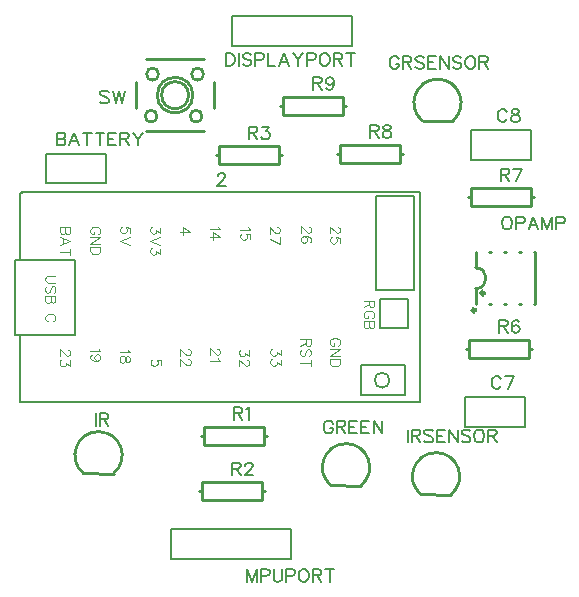
<source format=gto>
G04 Layer: TopSilkLayer*
G04 EasyEDA v6.4.25, 2021-11-28T11:33:34--5:00*
G04 3e069f70b0c04cf4b9dc543adf14206e,103c4985fa89468a83afb685d03d8d7e,10*
G04 Gerber Generator version 0.2*
G04 Scale: 100 percent, Rotated: No, Reflected: No *
G04 Dimensions in millimeters *
G04 leading zeros omitted , absolute positions ,4 integer and 5 decimal *
%FSLAX45Y45*%
%MOMM*%

%ADD10C,0.2540*%
%ADD12C,0.2032*%
%ADD21C,0.1270*%
%ADD22C,0.2007*%
%ADD23C,0.2030*%
%ADD24C,0.3000*%
%ADD25C,0.1524*%
%ADD26C,0.0732*%

%LPD*%
D25*
X3472179Y3556507D02*
G01*
X3472179Y3561587D01*
X3477513Y3572002D01*
X3482593Y3577336D01*
X3493008Y3582415D01*
X3513836Y3582415D01*
X3524250Y3577336D01*
X3529329Y3572002D01*
X3534663Y3561587D01*
X3534663Y3551173D01*
X3529329Y3540760D01*
X3519170Y3525265D01*
X3467100Y3473450D01*
X3539743Y3473450D01*
D26*
X2224938Y3122676D02*
G01*
X2137562Y3122676D01*
X2224938Y3122676D02*
G01*
X2224938Y3085084D01*
X2220874Y3072637D01*
X2216556Y3068573D01*
X2208428Y3064510D01*
X2200046Y3064510D01*
X2191664Y3068573D01*
X2187600Y3072637D01*
X2183282Y3085084D01*
X2183282Y3122676D02*
G01*
X2183282Y3085084D01*
X2179218Y3072637D01*
X2175154Y3068573D01*
X2166772Y3064510D01*
X2154326Y3064510D01*
X2145944Y3068573D01*
X2141880Y3072637D01*
X2137562Y3085084D01*
X2137562Y3122676D01*
X2224938Y3003804D02*
G01*
X2137562Y3037078D01*
X2224938Y3003804D02*
G01*
X2137562Y2970529D01*
X2166772Y3024631D02*
G01*
X2166772Y2982976D01*
X2224938Y2913887D02*
G01*
X2137562Y2913887D01*
X2224938Y2943097D02*
G01*
X2224938Y2884931D01*
X2458034Y3065602D02*
G01*
X2466416Y3069920D01*
X2474798Y3078048D01*
X2478862Y3086430D01*
X2478862Y3103194D01*
X2474798Y3111322D01*
X2466416Y3119704D01*
X2458034Y3123768D01*
X2445588Y3128086D01*
X2425014Y3128086D01*
X2412314Y3123768D01*
X2404186Y3119704D01*
X2395804Y3111322D01*
X2391740Y3103194D01*
X2391740Y3086430D01*
X2395804Y3078048D01*
X2404186Y3069920D01*
X2412314Y3065602D01*
X2425014Y3065602D01*
X2425014Y3086430D02*
G01*
X2425014Y3065602D01*
X2478862Y3038170D02*
G01*
X2391740Y3038170D01*
X2478862Y3038170D02*
G01*
X2391740Y2980004D01*
X2478862Y2980004D02*
G01*
X2391740Y2980004D01*
X2478862Y2952572D02*
G01*
X2391740Y2952572D01*
X2478862Y2952572D02*
G01*
X2478862Y2923616D01*
X2474798Y2911170D01*
X2466416Y2902788D01*
X2458034Y2898470D01*
X2445588Y2894406D01*
X2425014Y2894406D01*
X2412314Y2898470D01*
X2404186Y2902788D01*
X2395804Y2911170D01*
X2391740Y2923616D01*
X2391740Y2952572D01*
X2732989Y3078683D02*
G01*
X2732989Y3120339D01*
X2695397Y3124403D01*
X2699715Y3120339D01*
X2703779Y3107893D01*
X2703779Y3095447D01*
X2699715Y3083001D01*
X2691333Y3074619D01*
X2678887Y3070555D01*
X2670505Y3070555D01*
X2658059Y3074619D01*
X2649677Y3083001D01*
X2645613Y3095447D01*
X2645613Y3107893D01*
X2649677Y3120339D01*
X2653995Y3124403D01*
X2662377Y3128721D01*
X2732989Y3043123D02*
G01*
X2645613Y3009849D01*
X2732989Y2976575D02*
G01*
X2645613Y3009849D01*
X2986862Y3119704D02*
G01*
X2986862Y3073984D01*
X2953588Y3098876D01*
X2953588Y3086430D01*
X2949524Y3078048D01*
X2945460Y3073984D01*
X2933014Y3069920D01*
X2924632Y3069920D01*
X2912186Y3073984D01*
X2903804Y3082366D01*
X2899740Y3094812D01*
X2899740Y3107258D01*
X2903804Y3119704D01*
X2907868Y3123768D01*
X2916250Y3128086D01*
X2986862Y3042488D02*
G01*
X2899740Y3009214D01*
X2986862Y2975940D02*
G01*
X2899740Y3009214D01*
X2986862Y2940126D02*
G01*
X2986862Y2894406D01*
X2953588Y2919298D01*
X2953588Y2906852D01*
X2949524Y2898470D01*
X2945460Y2894406D01*
X2933014Y2890342D01*
X2924632Y2890342D01*
X2912186Y2894406D01*
X2903804Y2902788D01*
X2899740Y2915234D01*
X2899740Y2927680D01*
X2903804Y2940126D01*
X2907868Y2944190D01*
X2916250Y2948508D01*
X3237941Y3081578D02*
G01*
X3179775Y3123234D01*
X3179775Y3061004D01*
X3237941Y3081578D02*
G01*
X3150819Y3081578D01*
X3477717Y3129229D02*
G01*
X3481781Y3120847D01*
X3494227Y3108401D01*
X3407105Y3108401D01*
X3494227Y3039567D02*
G01*
X3436061Y3080969D01*
X3436061Y3018739D01*
X3494227Y3039567D02*
G01*
X3407105Y3039567D01*
X3733165Y3122295D02*
G01*
X3737483Y3113912D01*
X3749929Y3101467D01*
X3662552Y3101467D01*
X3749929Y3024251D02*
G01*
X3749929Y3065653D01*
X3712336Y3069970D01*
X3716654Y3065653D01*
X3720718Y3053206D01*
X3720718Y3040761D01*
X3716654Y3028314D01*
X3708272Y3019932D01*
X3695827Y3015869D01*
X3687445Y3015869D01*
X3674999Y3019932D01*
X3666616Y3028314D01*
X3662552Y3040761D01*
X3662552Y3053206D01*
X3666616Y3065653D01*
X3670934Y3069970D01*
X3679316Y3074035D01*
X3978020Y3123311D02*
G01*
X3982084Y3123311D01*
X3990466Y3118993D01*
X3994531Y3114929D01*
X3998849Y3106546D01*
X3998849Y3090037D01*
X3994531Y3081654D01*
X3990466Y3077590D01*
X3982084Y3073272D01*
X3973956Y3073272D01*
X3965575Y3077590D01*
X3953129Y3085719D01*
X3911472Y3127375D01*
X3911472Y3069209D01*
X3998849Y2983611D02*
G01*
X3911472Y3025012D01*
X3998849Y3041777D02*
G01*
X3998849Y2983611D01*
X4242485Y3128187D02*
G01*
X4246549Y3128187D01*
X4254931Y3124123D01*
X4258995Y3120059D01*
X4263313Y3111677D01*
X4263313Y3095167D01*
X4258995Y3086785D01*
X4254931Y3082467D01*
X4246549Y3078403D01*
X4238421Y3078403D01*
X4230039Y3082467D01*
X4217593Y3090849D01*
X4175937Y3132505D01*
X4175937Y3074339D01*
X4250867Y2996869D02*
G01*
X4258995Y3001187D01*
X4263313Y3013633D01*
X4263313Y3022015D01*
X4258995Y3034461D01*
X4246549Y3042589D01*
X4225721Y3046907D01*
X4205147Y3046907D01*
X4188383Y3042589D01*
X4180001Y3034461D01*
X4175937Y3022015D01*
X4175937Y3017697D01*
X4180001Y3005251D01*
X4188383Y2996869D01*
X4200829Y2992805D01*
X4205147Y2992805D01*
X4217593Y2996869D01*
X4225721Y3005251D01*
X4230039Y3017697D01*
X4230039Y3022015D01*
X4225721Y3034461D01*
X4217593Y3042589D01*
X4205147Y3046907D01*
X4490008Y3125012D02*
G01*
X4494326Y3125012D01*
X4502708Y3120948D01*
X4506772Y3116884D01*
X4510836Y3108502D01*
X4510836Y3091992D01*
X4506772Y3083610D01*
X4502708Y3079292D01*
X4494326Y3075228D01*
X4485944Y3075228D01*
X4477562Y3079292D01*
X4465116Y3087674D01*
X4423714Y3129330D01*
X4423714Y3071164D01*
X4510836Y2993694D02*
G01*
X4510836Y3035350D01*
X4473498Y3039414D01*
X4477562Y3035350D01*
X4481880Y3022904D01*
X4481880Y3010458D01*
X4477562Y2998012D01*
X4469434Y2989630D01*
X4456988Y2985566D01*
X4448606Y2985566D01*
X4436160Y2989630D01*
X4427778Y2998012D01*
X4423714Y3010458D01*
X4423714Y3022904D01*
X4427778Y3035350D01*
X4431842Y3039414D01*
X4440224Y3043732D01*
X3470656Y2095245D02*
G01*
X3474720Y2095245D01*
X3483102Y2091181D01*
X3487165Y2086863D01*
X3491484Y2078736D01*
X3491484Y2061971D01*
X3487165Y2053589D01*
X3483102Y2049526D01*
X3474720Y2045462D01*
X3466591Y2045462D01*
X3458209Y2049526D01*
X3445763Y2057907D01*
X3404108Y2099310D01*
X3404108Y2041144D01*
X3474720Y2013712D02*
G01*
X3479038Y2005584D01*
X3491484Y1993137D01*
X3404108Y1993137D01*
X4004919Y2085847D02*
G01*
X4004919Y2040128D01*
X3971645Y2065020D01*
X3971645Y2052573D01*
X3967327Y2044192D01*
X3963263Y2040128D01*
X3950817Y2035810D01*
X3942435Y2035810D01*
X3929989Y2040128D01*
X3921607Y2048255D01*
X3917543Y2060702D01*
X3917543Y2073147D01*
X3921607Y2085847D01*
X3925925Y2089912D01*
X3934053Y2093976D01*
X4004919Y1999995D02*
G01*
X4004919Y1954276D01*
X3971645Y1979421D01*
X3971645Y1966976D01*
X3967327Y1958594D01*
X3963263Y1954276D01*
X3950817Y1950212D01*
X3942435Y1950212D01*
X3929989Y1954276D01*
X3921607Y1962657D01*
X3917543Y1975104D01*
X3917543Y1987550D01*
X3921607Y1999995D01*
X3925925Y2004313D01*
X3934053Y2008378D01*
X3221736Y2090165D02*
G01*
X3225800Y2090165D01*
X3234181Y2086102D01*
X3238245Y2081784D01*
X3242563Y2073655D01*
X3242563Y2056892D01*
X3238245Y2048510D01*
X3234181Y2044445D01*
X3225800Y2040381D01*
X3217672Y2040381D01*
X3209290Y2044445D01*
X3196843Y2052828D01*
X3155188Y2094229D01*
X3155188Y2036063D01*
X3221736Y2004568D02*
G01*
X3225800Y2004568D01*
X3234181Y2000504D01*
X3238245Y1996186D01*
X3242563Y1988057D01*
X3242563Y1971294D01*
X3238245Y1962912D01*
X3234181Y1958847D01*
X3225800Y1954784D01*
X3217672Y1954784D01*
X3209290Y1958847D01*
X3196843Y1967229D01*
X3155188Y2008631D01*
X3155188Y1950465D01*
X2993643Y1957070D02*
G01*
X2993643Y1998726D01*
X2956052Y2002789D01*
X2960370Y1998726D01*
X2964434Y1986279D01*
X2964434Y1973834D01*
X2960370Y1961134D01*
X2951988Y1953005D01*
X2939541Y1948687D01*
X2931159Y1948687D01*
X2918713Y1953005D01*
X2910331Y1961134D01*
X2906268Y1973834D01*
X2906268Y1986279D01*
X2910331Y1998726D01*
X2914650Y2002789D01*
X2923031Y2006854D01*
X2712415Y2084273D02*
G01*
X2716733Y2075891D01*
X2729179Y2063445D01*
X2641803Y2063445D01*
X2729179Y2015185D02*
G01*
X2724861Y2027631D01*
X2716733Y2031949D01*
X2708351Y2031949D01*
X2699969Y2027631D01*
X2695905Y2019249D01*
X2691587Y2002739D01*
X2687523Y1990293D01*
X2679141Y1981911D01*
X2671013Y1977847D01*
X2658567Y1977847D01*
X2650185Y1981911D01*
X2645867Y1986229D01*
X2641803Y1998675D01*
X2641803Y2015185D01*
X2645867Y2027631D01*
X2650185Y2031949D01*
X2658567Y2036013D01*
X2671013Y2036013D01*
X2679141Y2031949D01*
X2687523Y2023567D01*
X2691587Y2011121D01*
X2695905Y1994357D01*
X2699969Y1986229D01*
X2708351Y1981911D01*
X2716733Y1981911D01*
X2724861Y1986229D01*
X2729179Y1998675D01*
X2729179Y2015185D01*
X2463672Y2094763D02*
G01*
X2467736Y2086381D01*
X2480183Y2073935D01*
X2392806Y2073935D01*
X2451227Y1992401D02*
G01*
X2438527Y1996719D01*
X2430399Y2004847D01*
X2426081Y2017293D01*
X2426081Y2021611D01*
X2430399Y2034057D01*
X2438527Y2042439D01*
X2451227Y2046503D01*
X2455290Y2046503D01*
X2467736Y2042439D01*
X2476118Y2034057D01*
X2480183Y2021611D01*
X2480183Y2017293D01*
X2476118Y2004847D01*
X2467736Y1996719D01*
X2451227Y1992401D01*
X2430399Y1992401D01*
X2409570Y1996719D01*
X2397125Y2004847D01*
X2392806Y2017293D01*
X2392806Y2025675D01*
X2397125Y2038121D01*
X2405506Y2042439D01*
X2202764Y2086940D02*
G01*
X2207082Y2086940D01*
X2215464Y2082876D01*
X2219528Y2078812D01*
X2223592Y2070430D01*
X2223592Y2053666D01*
X2219528Y2045538D01*
X2215464Y2041220D01*
X2207082Y2037156D01*
X2198700Y2037156D01*
X2190318Y2041220D01*
X2177872Y2049602D01*
X2136470Y2091258D01*
X2136470Y2033092D01*
X2223592Y1997278D02*
G01*
X2223592Y1951558D01*
X2190318Y1976450D01*
X2190318Y1964004D01*
X2186254Y1955622D01*
X2182190Y1951558D01*
X2169744Y1947494D01*
X2161362Y1947494D01*
X2148916Y1951558D01*
X2140534Y1959940D01*
X2136470Y1972386D01*
X2136470Y1984832D01*
X2140534Y1997278D01*
X2144598Y2001342D01*
X2152980Y2005660D01*
X3740454Y2080717D02*
G01*
X3740454Y2034997D01*
X3707180Y2059889D01*
X3707180Y2047443D01*
X3702862Y2039061D01*
X3698798Y2034997D01*
X3686352Y2030679D01*
X3677970Y2030679D01*
X3665524Y2034997D01*
X3657142Y2043125D01*
X3653078Y2055825D01*
X3653078Y2068271D01*
X3657142Y2080717D01*
X3661460Y2084781D01*
X3669588Y2088845D01*
X3719626Y1999183D02*
G01*
X3723690Y1999183D01*
X3732072Y1995119D01*
X3736136Y1990801D01*
X3740454Y1982673D01*
X3740454Y1965909D01*
X3736136Y1957527D01*
X3732072Y1953463D01*
X3723690Y1949399D01*
X3715308Y1949399D01*
X3707180Y1953463D01*
X3694734Y1961845D01*
X3653078Y2003247D01*
X3653078Y1945081D01*
X4260697Y2174494D02*
G01*
X4173321Y2174494D01*
X4260697Y2174494D02*
G01*
X4260697Y2137155D01*
X4256633Y2124455D01*
X4252315Y2120392D01*
X4244187Y2116328D01*
X4235805Y2116328D01*
X4227423Y2120392D01*
X4223359Y2124455D01*
X4219041Y2137155D01*
X4219041Y2174494D01*
X4219041Y2145284D02*
G01*
X4173321Y2116328D01*
X4248251Y2030729D02*
G01*
X4256633Y2038857D01*
X4260697Y2051304D01*
X4260697Y2068068D01*
X4256633Y2080513D01*
X4248251Y2088895D01*
X4239869Y2088895D01*
X4231741Y2084578D01*
X4227423Y2080513D01*
X4223359Y2072131D01*
X4214977Y2047239D01*
X4210913Y2038857D01*
X4206595Y2034794D01*
X4198467Y2030729D01*
X4186021Y2030729D01*
X4177639Y2038857D01*
X4173321Y2051304D01*
X4173321Y2068068D01*
X4177639Y2080513D01*
X4186021Y2088895D01*
X4260697Y1974087D02*
G01*
X4173321Y1974087D01*
X4260697Y2003297D02*
G01*
X4260697Y1945131D01*
X4489831Y2119147D02*
G01*
X4497959Y2123211D01*
X4506340Y2131593D01*
X4510659Y2139975D01*
X4510659Y2156485D01*
X4506340Y2164867D01*
X4497959Y2172995D01*
X4489831Y2177313D01*
X4477384Y2181377D01*
X4456556Y2181377D01*
X4444111Y2177313D01*
X4435729Y2172995D01*
X4427347Y2164867D01*
X4423283Y2156485D01*
X4423283Y2139975D01*
X4427347Y2131593D01*
X4435729Y2123211D01*
X4444111Y2119147D01*
X4456556Y2119147D01*
X4456556Y2139975D02*
G01*
X4456556Y2119147D01*
X4510659Y2091715D02*
G01*
X4423283Y2091715D01*
X4510659Y2091715D02*
G01*
X4423283Y2033549D01*
X4510659Y2033549D02*
G01*
X4423283Y2033549D01*
X4510659Y2006117D02*
G01*
X4423283Y2006117D01*
X4510659Y2006117D02*
G01*
X4510659Y1976907D01*
X4506340Y1964461D01*
X4497959Y1956079D01*
X4489831Y1952015D01*
X4477384Y1947951D01*
X4456556Y1947951D01*
X4444111Y1952015D01*
X4435729Y1956079D01*
X4427347Y1964461D01*
X4423283Y1976907D01*
X4423283Y2006117D01*
X2098802Y2711450D02*
G01*
X2036572Y2711450D01*
X2024125Y2707386D01*
X2015743Y2699004D01*
X2011679Y2686557D01*
X2011679Y2678176D01*
X2015743Y2665729D01*
X2024125Y2657347D01*
X2036572Y2653284D01*
X2098802Y2653284D01*
X2086356Y2567686D02*
G01*
X2094738Y2576068D01*
X2098802Y2588513D01*
X2098802Y2605023D01*
X2094738Y2617470D01*
X2086356Y2625852D01*
X2077974Y2625852D01*
X2069845Y2621787D01*
X2065527Y2617470D01*
X2061463Y2609087D01*
X2053081Y2584195D01*
X2049018Y2576068D01*
X2044954Y2571750D01*
X2036572Y2567686D01*
X2024125Y2567686D01*
X2015743Y2576068D01*
X2011679Y2588513D01*
X2011679Y2605023D01*
X2015743Y2617470D01*
X2024125Y2625852D01*
X2098802Y2540254D02*
G01*
X2011679Y2540254D01*
X2098802Y2540254D02*
G01*
X2098802Y2502915D01*
X2094738Y2490215D01*
X2090674Y2486152D01*
X2082291Y2482087D01*
X2073909Y2482087D01*
X2065527Y2486152D01*
X2061463Y2490215D01*
X2057400Y2502915D01*
X2057400Y2540254D02*
G01*
X2057400Y2502915D01*
X2053081Y2490215D01*
X2049018Y2486152D01*
X2040636Y2482087D01*
X2028190Y2482087D01*
X2019808Y2486152D01*
X2015743Y2490215D01*
X2011679Y2502915D01*
X2011679Y2540254D01*
X2077974Y2328163D02*
G01*
X2086356Y2332481D01*
X2094738Y2340610D01*
X2098802Y2348992D01*
X2098802Y2365755D01*
X2094738Y2373884D01*
X2086356Y2382265D01*
X2077974Y2386329D01*
X2065527Y2390647D01*
X2044954Y2390647D01*
X2032254Y2386329D01*
X2024125Y2382265D01*
X2015743Y2373884D01*
X2011679Y2365755D01*
X2011679Y2348992D01*
X2015743Y2340610D01*
X2024125Y2332481D01*
X2032254Y2328163D01*
X4797552Y2502154D02*
G01*
X4710429Y2502154D01*
X4797552Y2502154D02*
G01*
X4797552Y2464815D01*
X4793488Y2452370D01*
X4789424Y2448052D01*
X4781041Y2443987D01*
X4772659Y2443987D01*
X4764277Y2448052D01*
X4760213Y2452370D01*
X4756150Y2464815D01*
X4756150Y2502154D01*
X4756150Y2472944D02*
G01*
X4710429Y2443987D01*
X4776724Y2354071D02*
G01*
X4785106Y2358389D01*
X4793488Y2366771D01*
X4797552Y2374900D01*
X4797552Y2391663D01*
X4793488Y2399792D01*
X4785106Y2408173D01*
X4776724Y2412492D01*
X4764277Y2416555D01*
X4743704Y2416555D01*
X4731004Y2412492D01*
X4722875Y2408173D01*
X4714493Y2399792D01*
X4710429Y2391663D01*
X4710429Y2374900D01*
X4714493Y2366771D01*
X4722875Y2358389D01*
X4731004Y2354071D01*
X4743704Y2354071D01*
X4743704Y2374900D02*
G01*
X4743704Y2354071D01*
X4797552Y2326639D02*
G01*
X4710429Y2326639D01*
X4797552Y2326639D02*
G01*
X4797552Y2289302D01*
X4793488Y2276855D01*
X4789424Y2272792D01*
X4781041Y2268473D01*
X4772659Y2268473D01*
X4764277Y2272792D01*
X4760213Y2276855D01*
X4756150Y2289302D01*
X4756150Y2326639D02*
G01*
X4756150Y2289302D01*
X4751831Y2276855D01*
X4747768Y2272792D01*
X4739386Y2268473D01*
X4726940Y2268473D01*
X4718558Y2272792D01*
X4714493Y2276855D01*
X4710429Y2289302D01*
X4710429Y2326639D01*
D25*
X2108200Y3925315D02*
G01*
X2108200Y3816350D01*
X2108200Y3925315D02*
G01*
X2154936Y3925315D01*
X2170429Y3920236D01*
X2175763Y3914902D01*
X2180843Y3904487D01*
X2180843Y3894073D01*
X2175763Y3883660D01*
X2170429Y3878579D01*
X2154936Y3873500D01*
X2108200Y3873500D02*
G01*
X2154936Y3873500D01*
X2170429Y3868165D01*
X2175763Y3863086D01*
X2180843Y3852671D01*
X2180843Y3836923D01*
X2175763Y3826510D01*
X2170429Y3821429D01*
X2154936Y3816350D01*
X2108200Y3816350D01*
X2256790Y3925315D02*
G01*
X2215134Y3816350D01*
X2256790Y3925315D02*
G01*
X2298445Y3816350D01*
X2230881Y3852671D02*
G01*
X2282697Y3852671D01*
X2369058Y3925315D02*
G01*
X2369058Y3816350D01*
X2332736Y3925315D02*
G01*
X2405379Y3925315D01*
X2475991Y3925315D02*
G01*
X2475991Y3816350D01*
X2439670Y3925315D02*
G01*
X2512313Y3925315D01*
X2546604Y3925315D02*
G01*
X2546604Y3816350D01*
X2546604Y3925315D02*
G01*
X2614168Y3925315D01*
X2546604Y3873500D02*
G01*
X2588259Y3873500D01*
X2546604Y3816350D02*
G01*
X2614168Y3816350D01*
X2648458Y3925315D02*
G01*
X2648458Y3816350D01*
X2648458Y3925315D02*
G01*
X2695193Y3925315D01*
X2710941Y3920236D01*
X2716022Y3914902D01*
X2721356Y3904487D01*
X2721356Y3894073D01*
X2716022Y3883660D01*
X2710941Y3878579D01*
X2695193Y3873500D01*
X2648458Y3873500D01*
X2684779Y3873500D02*
G01*
X2721356Y3816350D01*
X2755645Y3925315D02*
G01*
X2797047Y3873500D01*
X2797047Y3816350D01*
X2838704Y3925315D02*
G01*
X2797047Y3873500D01*
X5871718Y1836928D02*
G01*
X5866384Y1847342D01*
X5855970Y1857755D01*
X5845809Y1862836D01*
X5824981Y1862836D01*
X5814568Y1857755D01*
X5804154Y1847342D01*
X5798820Y1836928D01*
X5793740Y1821179D01*
X5793740Y1795271D01*
X5798820Y1779778D01*
X5804154Y1769363D01*
X5814568Y1758950D01*
X5824981Y1753870D01*
X5845809Y1753870D01*
X5855970Y1758950D01*
X5866384Y1769363D01*
X5871718Y1779778D01*
X5978652Y1862836D02*
G01*
X5926836Y1753870D01*
X5906008Y1862836D02*
G01*
X5978652Y1862836D01*
X5922518Y4097528D02*
G01*
X5917184Y4107942D01*
X5906770Y4118355D01*
X5896609Y4123436D01*
X5875781Y4123436D01*
X5865368Y4118355D01*
X5854954Y4107942D01*
X5849620Y4097528D01*
X5844540Y4081779D01*
X5844540Y4055871D01*
X5849620Y4040378D01*
X5854954Y4029963D01*
X5865368Y4019550D01*
X5875781Y4014470D01*
X5896609Y4014470D01*
X5906770Y4019550D01*
X5917184Y4029963D01*
X5922518Y4040378D01*
X5982715Y4123436D02*
G01*
X5967222Y4118355D01*
X5961888Y4107942D01*
X5961888Y4097528D01*
X5967222Y4087113D01*
X5977636Y4081779D01*
X5998209Y4076700D01*
X6013958Y4071620D01*
X6024372Y4061205D01*
X6029452Y4050792D01*
X6029452Y4035044D01*
X6024372Y4024629D01*
X6019038Y4019550D01*
X6003543Y4014470D01*
X5982715Y4014470D01*
X5967222Y4019550D01*
X5961888Y4024629D01*
X5956808Y4035044D01*
X5956808Y4050792D01*
X5961888Y4061205D01*
X5972302Y4071620D01*
X5988050Y4076700D01*
X6008624Y4081779D01*
X6019038Y4087113D01*
X6024372Y4097528D01*
X6024372Y4107942D01*
X6019038Y4118355D01*
X6003543Y4123436D01*
X5982715Y4123436D01*
X3543300Y4598415D02*
G01*
X3543300Y4489450D01*
X3543300Y4598415D02*
G01*
X3579622Y4598415D01*
X3595370Y4593336D01*
X3605529Y4582921D01*
X3610863Y4572507D01*
X3615943Y4556760D01*
X3615943Y4530852D01*
X3610863Y4515357D01*
X3605529Y4504944D01*
X3595370Y4494529D01*
X3579622Y4489450D01*
X3543300Y4489450D01*
X3650234Y4598415D02*
G01*
X3650234Y4489450D01*
X3757422Y4582921D02*
G01*
X3747008Y4593336D01*
X3731259Y4598415D01*
X3710686Y4598415D01*
X3694938Y4593336D01*
X3684524Y4582921D01*
X3684524Y4572507D01*
X3689858Y4562094D01*
X3694938Y4556760D01*
X3705352Y4551679D01*
X3736593Y4541265D01*
X3747008Y4536186D01*
X3752088Y4530852D01*
X3757422Y4520437D01*
X3757422Y4504944D01*
X3747008Y4494529D01*
X3731259Y4489450D01*
X3710686Y4489450D01*
X3694938Y4494529D01*
X3684524Y4504944D01*
X3791711Y4598415D02*
G01*
X3791711Y4489450D01*
X3791711Y4598415D02*
G01*
X3838447Y4598415D01*
X3853941Y4593336D01*
X3859275Y4588002D01*
X3864356Y4577587D01*
X3864356Y4562094D01*
X3859275Y4551679D01*
X3853941Y4546600D01*
X3838447Y4541265D01*
X3791711Y4541265D01*
X3898645Y4598415D02*
G01*
X3898645Y4489450D01*
X3898645Y4489450D02*
G01*
X3961129Y4489450D01*
X4036822Y4598415D02*
G01*
X3995420Y4489450D01*
X4036822Y4598415D02*
G01*
X4078477Y4489450D01*
X4010913Y4525771D02*
G01*
X4062729Y4525771D01*
X4112768Y4598415D02*
G01*
X4154170Y4546600D01*
X4154170Y4489450D01*
X4195825Y4598415D02*
G01*
X4154170Y4546600D01*
X4230115Y4598415D02*
G01*
X4230115Y4489450D01*
X4230115Y4598415D02*
G01*
X4276852Y4598415D01*
X4292600Y4593336D01*
X4297679Y4588002D01*
X4302759Y4577587D01*
X4302759Y4562094D01*
X4297679Y4551679D01*
X4292600Y4546600D01*
X4276852Y4541265D01*
X4230115Y4541265D01*
X4368291Y4598415D02*
G01*
X4357877Y4593336D01*
X4347463Y4582921D01*
X4342384Y4572507D01*
X4337050Y4556760D01*
X4337050Y4530852D01*
X4342384Y4515357D01*
X4347463Y4504944D01*
X4357877Y4494529D01*
X4368291Y4489450D01*
X4389120Y4489450D01*
X4399534Y4494529D01*
X4409947Y4504944D01*
X4415027Y4515357D01*
X4420361Y4530852D01*
X4420361Y4556760D01*
X4415027Y4572507D01*
X4409947Y4582921D01*
X4399534Y4593336D01*
X4389120Y4598415D01*
X4368291Y4598415D01*
X4454652Y4598415D02*
G01*
X4454652Y4489450D01*
X4454652Y4598415D02*
G01*
X4501388Y4598415D01*
X4516881Y4593336D01*
X4522215Y4588002D01*
X4527295Y4577587D01*
X4527295Y4567173D01*
X4522215Y4556760D01*
X4516881Y4551679D01*
X4501388Y4546600D01*
X4454652Y4546600D01*
X4490974Y4546600D02*
G01*
X4527295Y4489450D01*
X4597908Y4598415D02*
G01*
X4597908Y4489450D01*
X4561586Y4598415D02*
G01*
X4634229Y4598415D01*
X3721100Y229615D02*
G01*
X3721100Y120650D01*
X3721100Y229615D02*
G01*
X3762756Y120650D01*
X3804158Y229615D02*
G01*
X3762756Y120650D01*
X3804158Y229615D02*
G01*
X3804158Y120650D01*
X3838447Y229615D02*
G01*
X3838447Y120650D01*
X3838447Y229615D02*
G01*
X3885184Y229615D01*
X3900931Y224536D01*
X3906011Y219202D01*
X3911345Y208787D01*
X3911345Y193294D01*
X3906011Y182879D01*
X3900931Y177800D01*
X3885184Y172465D01*
X3838447Y172465D01*
X3945636Y229615D02*
G01*
X3945636Y151637D01*
X3950715Y136144D01*
X3961129Y125729D01*
X3976624Y120650D01*
X3987038Y120650D01*
X4002786Y125729D01*
X4013200Y136144D01*
X4018279Y151637D01*
X4018279Y229615D01*
X4052570Y229615D02*
G01*
X4052570Y120650D01*
X4052570Y229615D02*
G01*
X4099306Y229615D01*
X4114800Y224536D01*
X4120134Y219202D01*
X4125213Y208787D01*
X4125213Y193294D01*
X4120134Y182879D01*
X4114800Y177800D01*
X4099306Y172465D01*
X4052570Y172465D01*
X4190745Y229615D02*
G01*
X4180331Y224536D01*
X4169918Y214121D01*
X4164838Y203707D01*
X4159504Y187960D01*
X4159504Y162052D01*
X4164838Y146557D01*
X4169918Y136144D01*
X4180331Y125729D01*
X4190745Y120650D01*
X4211574Y120650D01*
X4221988Y125729D01*
X4232402Y136144D01*
X4237481Y146557D01*
X4242815Y162052D01*
X4242815Y187960D01*
X4237481Y203707D01*
X4232402Y214121D01*
X4221988Y224536D01*
X4211574Y229615D01*
X4190745Y229615D01*
X4277106Y229615D02*
G01*
X4277106Y120650D01*
X4277106Y229615D02*
G01*
X4323841Y229615D01*
X4339336Y224536D01*
X4344670Y219202D01*
X4349750Y208787D01*
X4349750Y198373D01*
X4344670Y187960D01*
X4339336Y182879D01*
X4323841Y177800D01*
X4277106Y177800D01*
X4313427Y177800D02*
G01*
X4349750Y120650D01*
X4420361Y229615D02*
G01*
X4420361Y120650D01*
X4384040Y229615D02*
G01*
X4456684Y229615D01*
X2438400Y1550415D02*
G01*
X2438400Y1441450D01*
X2472690Y1550415D02*
G01*
X2472690Y1441450D01*
X2472690Y1550415D02*
G01*
X2519425Y1550415D01*
X2534920Y1545336D01*
X2540254Y1540002D01*
X2545334Y1529587D01*
X2545334Y1519173D01*
X2540254Y1508760D01*
X2534920Y1503679D01*
X2519425Y1498600D01*
X2472690Y1498600D01*
X2509011Y1498600D02*
G01*
X2545334Y1441450D01*
X5079941Y1410715D02*
G01*
X5079941Y1301750D01*
X5114231Y1410715D02*
G01*
X5114231Y1301750D01*
X5114231Y1410715D02*
G01*
X5160967Y1410715D01*
X5176715Y1405636D01*
X5181795Y1400302D01*
X5187129Y1389887D01*
X5187129Y1379473D01*
X5181795Y1369060D01*
X5176715Y1363979D01*
X5160967Y1358900D01*
X5114231Y1358900D01*
X5150553Y1358900D02*
G01*
X5187129Y1301750D01*
X5294063Y1395221D02*
G01*
X5283649Y1405636D01*
X5268155Y1410715D01*
X5247327Y1410715D01*
X5231833Y1405636D01*
X5221419Y1395221D01*
X5221419Y1384807D01*
X5226499Y1374394D01*
X5231833Y1369060D01*
X5241993Y1363979D01*
X5273235Y1353565D01*
X5283649Y1348486D01*
X5288983Y1343152D01*
X5294063Y1332737D01*
X5294063Y1317244D01*
X5283649Y1306829D01*
X5268155Y1301750D01*
X5247327Y1301750D01*
X5231833Y1306829D01*
X5221419Y1317244D01*
X5328353Y1410715D02*
G01*
X5328353Y1301750D01*
X5328353Y1410715D02*
G01*
X5395917Y1410715D01*
X5328353Y1358900D02*
G01*
X5370009Y1358900D01*
X5328353Y1301750D02*
G01*
X5395917Y1301750D01*
X5430207Y1410715D02*
G01*
X5430207Y1301750D01*
X5430207Y1410715D02*
G01*
X5502851Y1301750D01*
X5502851Y1410715D02*
G01*
X5502851Y1301750D01*
X5610039Y1395221D02*
G01*
X5599625Y1405636D01*
X5583877Y1410715D01*
X5563303Y1410715D01*
X5547555Y1405636D01*
X5537141Y1395221D01*
X5537141Y1384807D01*
X5542475Y1374394D01*
X5547555Y1369060D01*
X5557969Y1363979D01*
X5589211Y1353565D01*
X5599625Y1348486D01*
X5604705Y1343152D01*
X5610039Y1332737D01*
X5610039Y1317244D01*
X5599625Y1306829D01*
X5583877Y1301750D01*
X5563303Y1301750D01*
X5547555Y1306829D01*
X5537141Y1317244D01*
X5675317Y1410715D02*
G01*
X5664903Y1405636D01*
X5654743Y1395221D01*
X5649409Y1384807D01*
X5644329Y1369060D01*
X5644329Y1343152D01*
X5649409Y1327657D01*
X5654743Y1317244D01*
X5664903Y1306829D01*
X5675317Y1301750D01*
X5696145Y1301750D01*
X5706559Y1306829D01*
X5716973Y1317244D01*
X5722053Y1327657D01*
X5727387Y1343152D01*
X5727387Y1369060D01*
X5722053Y1384807D01*
X5716973Y1395221D01*
X5706559Y1405636D01*
X5696145Y1410715D01*
X5675317Y1410715D01*
X5761677Y1410715D02*
G01*
X5761677Y1301750D01*
X5761677Y1410715D02*
G01*
X5808413Y1410715D01*
X5823907Y1405636D01*
X5829241Y1400302D01*
X5834321Y1389887D01*
X5834321Y1379473D01*
X5829241Y1369060D01*
X5823907Y1363979D01*
X5808413Y1358900D01*
X5761677Y1358900D01*
X5797999Y1358900D02*
G01*
X5834321Y1301750D01*
X4446777Y1461007D02*
G01*
X4441443Y1471421D01*
X4431029Y1481836D01*
X4420870Y1486915D01*
X4400041Y1486915D01*
X4389627Y1481836D01*
X4379213Y1471421D01*
X4373879Y1461007D01*
X4368800Y1445260D01*
X4368800Y1419352D01*
X4373879Y1403857D01*
X4379213Y1393444D01*
X4389627Y1383029D01*
X4400041Y1377950D01*
X4420870Y1377950D01*
X4431029Y1383029D01*
X4441443Y1393444D01*
X4446777Y1403857D01*
X4446777Y1419352D01*
X4420870Y1419352D02*
G01*
X4446777Y1419352D01*
X4481068Y1486915D02*
G01*
X4481068Y1377950D01*
X4481068Y1486915D02*
G01*
X4527804Y1486915D01*
X4543297Y1481836D01*
X4548631Y1476502D01*
X4553711Y1466087D01*
X4553711Y1455673D01*
X4548631Y1445260D01*
X4543297Y1440179D01*
X4527804Y1435100D01*
X4481068Y1435100D01*
X4517390Y1435100D02*
G01*
X4553711Y1377950D01*
X4588002Y1486915D02*
G01*
X4588002Y1377950D01*
X4588002Y1486915D02*
G01*
X4655565Y1486915D01*
X4588002Y1435100D02*
G01*
X4629658Y1435100D01*
X4588002Y1377950D02*
G01*
X4655565Y1377950D01*
X4689856Y1486915D02*
G01*
X4689856Y1377950D01*
X4689856Y1486915D02*
G01*
X4757420Y1486915D01*
X4689856Y1435100D02*
G01*
X4731511Y1435100D01*
X4689856Y1377950D02*
G01*
X4757420Y1377950D01*
X4791709Y1486915D02*
G01*
X4791709Y1377950D01*
X4791709Y1486915D02*
G01*
X4864354Y1377950D01*
X4864354Y1486915D02*
G01*
X4864354Y1377950D01*
X5005577Y4547107D02*
G01*
X5000243Y4557521D01*
X4989829Y4567936D01*
X4979670Y4573015D01*
X4958841Y4573015D01*
X4948427Y4567936D01*
X4938013Y4557521D01*
X4932679Y4547107D01*
X4927600Y4531360D01*
X4927600Y4505452D01*
X4932679Y4489957D01*
X4938013Y4479544D01*
X4948427Y4469129D01*
X4958841Y4464050D01*
X4979670Y4464050D01*
X4989829Y4469129D01*
X5000243Y4479544D01*
X5005577Y4489957D01*
X5005577Y4505452D01*
X4979670Y4505452D02*
G01*
X5005577Y4505452D01*
X5039868Y4573015D02*
G01*
X5039868Y4464050D01*
X5039868Y4573015D02*
G01*
X5086604Y4573015D01*
X5102097Y4567936D01*
X5107431Y4562602D01*
X5112511Y4552187D01*
X5112511Y4541773D01*
X5107431Y4531360D01*
X5102097Y4526279D01*
X5086604Y4521200D01*
X5039868Y4521200D01*
X5076190Y4521200D02*
G01*
X5112511Y4464050D01*
X5219700Y4557521D02*
G01*
X5209286Y4567936D01*
X5193538Y4573015D01*
X5172709Y4573015D01*
X5157215Y4567936D01*
X5146802Y4557521D01*
X5146802Y4547107D01*
X5152136Y4536694D01*
X5157215Y4531360D01*
X5167629Y4526279D01*
X5198872Y4515865D01*
X5209286Y4510786D01*
X5214365Y4505452D01*
X5219700Y4495037D01*
X5219700Y4479544D01*
X5209286Y4469129D01*
X5193538Y4464050D01*
X5172709Y4464050D01*
X5157215Y4469129D01*
X5146802Y4479544D01*
X5253990Y4573015D02*
G01*
X5253990Y4464050D01*
X5253990Y4573015D02*
G01*
X5321300Y4573015D01*
X5253990Y4521200D02*
G01*
X5295391Y4521200D01*
X5253990Y4464050D02*
G01*
X5321300Y4464050D01*
X5355590Y4573015D02*
G01*
X5355590Y4464050D01*
X5355590Y4573015D02*
G01*
X5428488Y4464050D01*
X5428488Y4573015D02*
G01*
X5428488Y4464050D01*
X5535422Y4557521D02*
G01*
X5525008Y4567936D01*
X5509513Y4573015D01*
X5488686Y4573015D01*
X5473191Y4567936D01*
X5462777Y4557521D01*
X5462777Y4547107D01*
X5467858Y4536694D01*
X5473191Y4531360D01*
X5483606Y4526279D01*
X5514593Y4515865D01*
X5525008Y4510786D01*
X5530341Y4505452D01*
X5535422Y4495037D01*
X5535422Y4479544D01*
X5525008Y4469129D01*
X5509513Y4464050D01*
X5488686Y4464050D01*
X5473191Y4469129D01*
X5462777Y4479544D01*
X5600954Y4573015D02*
G01*
X5590540Y4567936D01*
X5580125Y4557521D01*
X5575045Y4547107D01*
X5569711Y4531360D01*
X5569711Y4505452D01*
X5575045Y4489957D01*
X5580125Y4479544D01*
X5590540Y4469129D01*
X5600954Y4464050D01*
X5621781Y4464050D01*
X5632195Y4469129D01*
X5642609Y4479544D01*
X5647690Y4489957D01*
X5652770Y4505452D01*
X5652770Y4531360D01*
X5647690Y4547107D01*
X5642609Y4557521D01*
X5632195Y4567936D01*
X5621781Y4573015D01*
X5600954Y4573015D01*
X5687059Y4573015D02*
G01*
X5687059Y4464050D01*
X5687059Y4573015D02*
G01*
X5734050Y4573015D01*
X5749543Y4567936D01*
X5754624Y4562602D01*
X5759958Y4552187D01*
X5759958Y4541773D01*
X5754624Y4531360D01*
X5749543Y4526279D01*
X5734050Y4521200D01*
X5687059Y4521200D01*
X5723636Y4521200D02*
G01*
X5759958Y4464050D01*
X3606800Y1601215D02*
G01*
X3606800Y1492250D01*
X3606800Y1601215D02*
G01*
X3653536Y1601215D01*
X3669029Y1596136D01*
X3674363Y1590802D01*
X3679443Y1580387D01*
X3679443Y1569973D01*
X3674363Y1559560D01*
X3669029Y1554479D01*
X3653536Y1549400D01*
X3606800Y1549400D01*
X3643122Y1549400D02*
G01*
X3679443Y1492250D01*
X3713734Y1580387D02*
G01*
X3724147Y1585721D01*
X3739895Y1601215D01*
X3739895Y1492250D01*
X3594100Y1131315D02*
G01*
X3594100Y1022350D01*
X3594100Y1131315D02*
G01*
X3640836Y1131315D01*
X3656329Y1126236D01*
X3661663Y1120902D01*
X3666743Y1110487D01*
X3666743Y1100073D01*
X3661663Y1089660D01*
X3656329Y1084579D01*
X3640836Y1079500D01*
X3594100Y1079500D01*
X3630422Y1079500D02*
G01*
X3666743Y1022350D01*
X3706368Y1105407D02*
G01*
X3706368Y1110487D01*
X3711447Y1120902D01*
X3716781Y1126236D01*
X3727195Y1131315D01*
X3747770Y1131315D01*
X3758184Y1126236D01*
X3763518Y1120902D01*
X3768597Y1110487D01*
X3768597Y1100073D01*
X3763518Y1089660D01*
X3753104Y1074165D01*
X3701034Y1022350D01*
X3773931Y1022350D01*
X3733800Y3976115D02*
G01*
X3733800Y3867150D01*
X3733800Y3976115D02*
G01*
X3780536Y3976115D01*
X3796029Y3971036D01*
X3801363Y3965702D01*
X3806443Y3955287D01*
X3806443Y3944873D01*
X3801363Y3934460D01*
X3796029Y3929379D01*
X3780536Y3924300D01*
X3733800Y3924300D01*
X3770122Y3924300D02*
G01*
X3806443Y3867150D01*
X3851147Y3976115D02*
G01*
X3908297Y3976115D01*
X3877309Y3934460D01*
X3892804Y3934460D01*
X3903218Y3929379D01*
X3908297Y3924300D01*
X3913631Y3908552D01*
X3913631Y3898137D01*
X3908297Y3882644D01*
X3897884Y3872229D01*
X3882390Y3867150D01*
X3866895Y3867150D01*
X3851147Y3872229D01*
X3846068Y3877310D01*
X3840734Y3887723D01*
X5854700Y2337815D02*
G01*
X5854700Y2228850D01*
X5854700Y2337815D02*
G01*
X5901436Y2337815D01*
X5916929Y2332736D01*
X5922263Y2327402D01*
X5927343Y2316987D01*
X5927343Y2306573D01*
X5922263Y2296160D01*
X5916929Y2291079D01*
X5901436Y2286000D01*
X5854700Y2286000D01*
X5891022Y2286000D02*
G01*
X5927343Y2228850D01*
X6024118Y2322321D02*
G01*
X6018784Y2332736D01*
X6003290Y2337815D01*
X5992875Y2337815D01*
X5977381Y2332736D01*
X5966968Y2316987D01*
X5961634Y2291079D01*
X5961634Y2265171D01*
X5966968Y2244344D01*
X5977381Y2233929D01*
X5992875Y2228850D01*
X5998209Y2228850D01*
X6013704Y2233929D01*
X6024118Y2244344D01*
X6029197Y2259837D01*
X6029197Y2265171D01*
X6024118Y2280665D01*
X6013704Y2291079D01*
X5998209Y2296160D01*
X5992875Y2296160D01*
X5977381Y2291079D01*
X5966968Y2280665D01*
X5961634Y2265171D01*
X5867400Y3620515D02*
G01*
X5867400Y3511550D01*
X5867400Y3620515D02*
G01*
X5914136Y3620515D01*
X5929629Y3615436D01*
X5934963Y3610102D01*
X5940043Y3599687D01*
X5940043Y3589273D01*
X5934963Y3578860D01*
X5929629Y3573779D01*
X5914136Y3568700D01*
X5867400Y3568700D01*
X5903722Y3568700D02*
G01*
X5940043Y3511550D01*
X6047231Y3620515D02*
G01*
X5995161Y3511550D01*
X5974334Y3620515D02*
G01*
X6047231Y3620515D01*
X4762500Y3988815D02*
G01*
X4762500Y3879850D01*
X4762500Y3988815D02*
G01*
X4809236Y3988815D01*
X4824729Y3983736D01*
X4830063Y3978402D01*
X4835143Y3967987D01*
X4835143Y3957573D01*
X4830063Y3947160D01*
X4824729Y3942079D01*
X4809236Y3937000D01*
X4762500Y3937000D01*
X4798822Y3937000D02*
G01*
X4835143Y3879850D01*
X4895595Y3988815D02*
G01*
X4879847Y3983736D01*
X4874768Y3973321D01*
X4874768Y3962907D01*
X4879847Y3952494D01*
X4890261Y3947160D01*
X4911090Y3942079D01*
X4926584Y3937000D01*
X4936997Y3926586D01*
X4942331Y3916171D01*
X4942331Y3900423D01*
X4936997Y3890010D01*
X4931918Y3884929D01*
X4916170Y3879850D01*
X4895595Y3879850D01*
X4879847Y3884929D01*
X4874768Y3890010D01*
X4869434Y3900423D01*
X4869434Y3916171D01*
X4874768Y3926586D01*
X4885181Y3937000D01*
X4900675Y3942079D01*
X4921504Y3947160D01*
X4931918Y3952494D01*
X4936997Y3962907D01*
X4936997Y3973321D01*
X4931918Y3983736D01*
X4916170Y3988815D01*
X4895595Y3988815D01*
X4279900Y4395215D02*
G01*
X4279900Y4286250D01*
X4279900Y4395215D02*
G01*
X4326636Y4395215D01*
X4342129Y4390136D01*
X4347463Y4384802D01*
X4352543Y4374387D01*
X4352543Y4363973D01*
X4347463Y4353560D01*
X4342129Y4348479D01*
X4326636Y4343400D01*
X4279900Y4343400D01*
X4316222Y4343400D02*
G01*
X4352543Y4286250D01*
X4454397Y4358894D02*
G01*
X4449318Y4343400D01*
X4438904Y4332986D01*
X4423409Y4327652D01*
X4418075Y4327652D01*
X4402581Y4332986D01*
X4392168Y4343400D01*
X4386834Y4358894D01*
X4386834Y4363973D01*
X4392168Y4379721D01*
X4402581Y4390136D01*
X4418075Y4395215D01*
X4423409Y4395215D01*
X4438904Y4390136D01*
X4449318Y4379721D01*
X4454397Y4358894D01*
X4454397Y4332986D01*
X4449318Y4306823D01*
X4438904Y4291329D01*
X4423409Y4286250D01*
X4412995Y4286250D01*
X4397247Y4291329D01*
X4392168Y4301744D01*
X2549143Y4265421D02*
G01*
X2538729Y4275836D01*
X2523236Y4280915D01*
X2502408Y4280915D01*
X2486913Y4275836D01*
X2476500Y4265421D01*
X2476500Y4255007D01*
X2481579Y4244594D01*
X2486913Y4239260D01*
X2497327Y4234179D01*
X2528570Y4223765D01*
X2538729Y4218686D01*
X2544063Y4213352D01*
X2549143Y4202937D01*
X2549143Y4187444D01*
X2538729Y4177029D01*
X2523236Y4171950D01*
X2502408Y4171950D01*
X2486913Y4177029D01*
X2476500Y4187444D01*
X2583434Y4280915D02*
G01*
X2609595Y4171950D01*
X2635504Y4280915D02*
G01*
X2609595Y4171950D01*
X2635504Y4280915D02*
G01*
X2661411Y4171950D01*
X2687320Y4280915D02*
G01*
X2661411Y4171950D01*
X5911341Y3214115D02*
G01*
X5900927Y3209036D01*
X5890513Y3198621D01*
X5885179Y3188207D01*
X5880100Y3172460D01*
X5880100Y3146552D01*
X5885179Y3131057D01*
X5890513Y3120644D01*
X5900927Y3110229D01*
X5911341Y3105150D01*
X5932170Y3105150D01*
X5942329Y3110229D01*
X5952743Y3120644D01*
X5958077Y3131057D01*
X5963158Y3146552D01*
X5963158Y3172460D01*
X5958077Y3188207D01*
X5952743Y3198621D01*
X5942329Y3209036D01*
X5932170Y3214115D01*
X5911341Y3214115D01*
X5997447Y3214115D02*
G01*
X5997447Y3105150D01*
X5997447Y3214115D02*
G01*
X6044184Y3214115D01*
X6059931Y3209036D01*
X6065011Y3203702D01*
X6070345Y3193287D01*
X6070345Y3177794D01*
X6065011Y3167379D01*
X6059931Y3162300D01*
X6044184Y3156965D01*
X5997447Y3156965D01*
X6146038Y3214115D02*
G01*
X6104636Y3105150D01*
X6146038Y3214115D02*
G01*
X6187693Y3105150D01*
X6120129Y3141471D02*
G01*
X6172200Y3141471D01*
X6221984Y3214115D02*
G01*
X6221984Y3105150D01*
X6221984Y3214115D02*
G01*
X6263640Y3105150D01*
X6305041Y3214115D02*
G01*
X6263640Y3105150D01*
X6305041Y3214115D02*
G01*
X6305041Y3105150D01*
X6339331Y3214115D02*
G01*
X6339331Y3105150D01*
X6339331Y3214115D02*
G01*
X6386068Y3214115D01*
X6401815Y3209036D01*
X6406895Y3203702D01*
X6412229Y3193287D01*
X6412229Y3177794D01*
X6406895Y3167379D01*
X6401815Y3162300D01*
X6386068Y3156965D01*
X6339331Y3156965D01*
D21*
X1805939Y3417570D02*
G01*
X5181600Y3417570D01*
X5181600Y1639570D01*
X1805939Y1639570D01*
X5133644Y3383914D02*
G01*
X4816144Y3383914D01*
X4816144Y2590800D01*
X5133644Y2590800D01*
X5133644Y3383914D01*
X4848529Y2511755D02*
G01*
X4848529Y2273300D01*
X5086350Y2273300D01*
X5086350Y2511755D01*
X4848529Y2511755D01*
X4687239Y1955800D02*
G01*
X4687239Y1701800D01*
X5054600Y1701800D01*
X5054600Y1955800D01*
X4687239Y1955800D01*
X1752600Y2844800D02*
G01*
X1752600Y2209800D01*
X2260600Y2209800D01*
X2260600Y2844800D01*
X1752600Y2844800D01*
X1816100Y3416300D02*
G01*
X1802460Y3416300D01*
X1802460Y2853994D01*
X1818004Y1640535D02*
G01*
X1802460Y1640535D01*
X1802460Y2200605D01*
D12*
X2527300Y3746500D02*
G01*
X2527300Y3495039D01*
X2019300Y3495039D01*
X2019300Y3746500D01*
X2527300Y3746500D01*
D22*
X6070345Y1688845D02*
G01*
X5562345Y1688845D01*
X5562345Y1434845D01*
X6070345Y1434845D01*
X6070345Y1688845D01*
X6121145Y3949445D02*
G01*
X5613145Y3949445D01*
X5613145Y3695445D01*
X6121145Y3695445D01*
X6121145Y3949445D01*
D12*
X4610100Y4914900D02*
G01*
X4610100Y4660900D01*
X3594100Y4660900D01*
X3594100Y4914900D01*
X3784600Y4914900D01*
D23*
X4610100Y4914900D02*
G01*
X3784600Y4914900D01*
D12*
X4089400Y571500D02*
G01*
X4089400Y317500D01*
X3073400Y317500D01*
X3073400Y571500D01*
X3263900Y571500D01*
D23*
X4089400Y571500D02*
G01*
X3263900Y571500D01*
D10*
X2336800Y1038352D02*
G01*
X2591587Y1037818D01*
X5194300Y860552D02*
G01*
X5449087Y860018D01*
X4432300Y936752D02*
G01*
X4687087Y936218D01*
X5207000Y4022852D02*
G01*
X5461787Y4022318D01*
X3352800Y1358900D02*
G01*
X3327400Y1358900D01*
X3860800Y1358900D02*
G01*
X3886200Y1358900D01*
X3352800Y1358900D02*
G01*
X3352800Y1435100D01*
X3352800Y1282700D02*
G01*
X3352800Y1358900D01*
X3860800Y1282700D02*
G01*
X3352800Y1282700D01*
X3860800Y1358900D02*
G01*
X3860800Y1282700D01*
X3860800Y1435100D02*
G01*
X3860800Y1358900D01*
X3352800Y1435100D02*
G01*
X3860800Y1435100D01*
X3340100Y889000D02*
G01*
X3314700Y889000D01*
X3848100Y889000D02*
G01*
X3873500Y889000D01*
X3340100Y889000D02*
G01*
X3340100Y965200D01*
X3340100Y812800D02*
G01*
X3340100Y889000D01*
X3848100Y812800D02*
G01*
X3340100Y812800D01*
X3848100Y889000D02*
G01*
X3848100Y812800D01*
X3848100Y965200D02*
G01*
X3848100Y889000D01*
X3340100Y965200D02*
G01*
X3848100Y965200D01*
X3479800Y3733800D02*
G01*
X3454400Y3733800D01*
X3987800Y3733800D02*
G01*
X4013200Y3733800D01*
X3479800Y3733800D02*
G01*
X3479800Y3810000D01*
X3479800Y3657600D02*
G01*
X3479800Y3733800D01*
X3987800Y3657600D02*
G01*
X3479800Y3657600D01*
X3987800Y3733800D02*
G01*
X3987800Y3657600D01*
X3987800Y3810000D02*
G01*
X3987800Y3733800D01*
X3479800Y3810000D02*
G01*
X3987800Y3810000D01*
X5600700Y2095500D02*
G01*
X5575300Y2095500D01*
X6108700Y2095500D02*
G01*
X6134100Y2095500D01*
X5600700Y2095500D02*
G01*
X5600700Y2171700D01*
X5600700Y2019300D02*
G01*
X5600700Y2095500D01*
X6108700Y2019300D02*
G01*
X5600700Y2019300D01*
X6108700Y2095500D02*
G01*
X6108700Y2019300D01*
X6108700Y2171700D02*
G01*
X6108700Y2095500D01*
X5600700Y2171700D02*
G01*
X6108700Y2171700D01*
X5613400Y3378200D02*
G01*
X5588000Y3378200D01*
X6121400Y3378200D02*
G01*
X6146800Y3378200D01*
X5613400Y3378200D02*
G01*
X5613400Y3454400D01*
X5613400Y3302000D02*
G01*
X5613400Y3378200D01*
X6121400Y3302000D02*
G01*
X5613400Y3302000D01*
X6121400Y3378200D02*
G01*
X6121400Y3302000D01*
X6121400Y3454400D02*
G01*
X6121400Y3378200D01*
X5613400Y3454400D02*
G01*
X6121400Y3454400D01*
X4508500Y3746500D02*
G01*
X4483100Y3746500D01*
X5016500Y3746500D02*
G01*
X5041900Y3746500D01*
X4508500Y3746500D02*
G01*
X4508500Y3822700D01*
X4508500Y3670300D02*
G01*
X4508500Y3746500D01*
X5016500Y3670300D02*
G01*
X4508500Y3670300D01*
X5016500Y3746500D02*
G01*
X5016500Y3670300D01*
X5016500Y3822700D02*
G01*
X5016500Y3746500D01*
X4508500Y3822700D02*
G01*
X5016500Y3822700D01*
X4025900Y4152900D02*
G01*
X4000500Y4152900D01*
X4533900Y4152900D02*
G01*
X4559300Y4152900D01*
X4025900Y4152900D02*
G01*
X4025900Y4229100D01*
X4025900Y4076700D02*
G01*
X4025900Y4152900D01*
X4533900Y4076700D02*
G01*
X4025900Y4076700D01*
X4533900Y4152900D02*
G01*
X4533900Y4076700D01*
X4533900Y4229100D02*
G01*
X4533900Y4152900D01*
X4025900Y4229100D02*
G01*
X4533900Y4229100D01*
X3441700Y4353844D02*
G01*
X3441700Y4129755D01*
X2866486Y4546600D02*
G01*
X3356513Y4546600D01*
X2781300Y4353844D02*
G01*
X2781300Y4129755D01*
X2866486Y3937000D02*
G01*
X3356513Y3937000D01*
X5655500Y2472400D02*
G01*
X5655500Y2603500D01*
X5655500Y2912399D02*
G01*
X5655500Y2781300D01*
X5663465Y2472400D02*
G01*
X5655500Y2472400D01*
X5790465Y2472400D02*
G01*
X5766534Y2472400D01*
X5917465Y2472400D02*
G01*
X5893534Y2472400D01*
X6044465Y2472400D02*
G01*
X6020534Y2472400D01*
X6155499Y2472400D02*
G01*
X6147534Y2472400D01*
X5663465Y2912399D02*
G01*
X5655500Y2912399D01*
X5790465Y2912399D02*
G01*
X5766534Y2912399D01*
X5917465Y2912399D02*
G01*
X5893534Y2912399D01*
X6044465Y2912399D02*
G01*
X6020534Y2912399D01*
X6155499Y2912399D02*
G01*
X6147534Y2912399D01*
X6155499Y2912399D02*
G01*
X6155499Y2472400D01*
D21*
G75*
G01*
X4927600Y1828800D02*
G03*
X4927600Y1828114I-63499J-343D01*
D10*
G75*
G01*
X2590343Y1038352D02*
G03*
X2336851Y1038352I-126746J154710D01*
G75*
G01*
X5447843Y860552D02*
G03*
X5194351Y860552I-126746J154710D01*
G75*
G01*
X4685843Y936752D02*
G03*
X4432351Y936752I-126746J154710D01*
G75*
G01*
X5460543Y4022852D02*
G03*
X5207051Y4022852I-126746J154710D01*
G75*
G01*
X5655501Y2603500D02*
G03*
X5655564Y2781300I31J88900D01*
G75*
G01
X2971800Y4419600D02*
G03X2971800Y4419600I-50800J0D01*
G75*
G01
X2959100Y4064000D02*
G03X2959100Y4064000I-50800J0D01*
G75*
G01
X3352800Y4419600D02*
G03X3352800Y4419600I-50800J0D01*
G75*
G01
X3340100Y4064000D02*
G03X3340100Y4064000I-50800J0D01*
G75*
G01
X3225800Y4241800D02*
G03X3225800Y4241800I-114300J0D01*
G75*
G01
X3261614Y4241800D02*
G03X3261614Y4241800I-150114J0D01*
D24*
G75*
G01
X5730011Y2565400D02*
G03X5730011Y2565400I-15011J0D01*
G75*
G01
X5656351Y2421890D02*
G03X5656351Y2421890I-15011J0D01*
M02*

</source>
